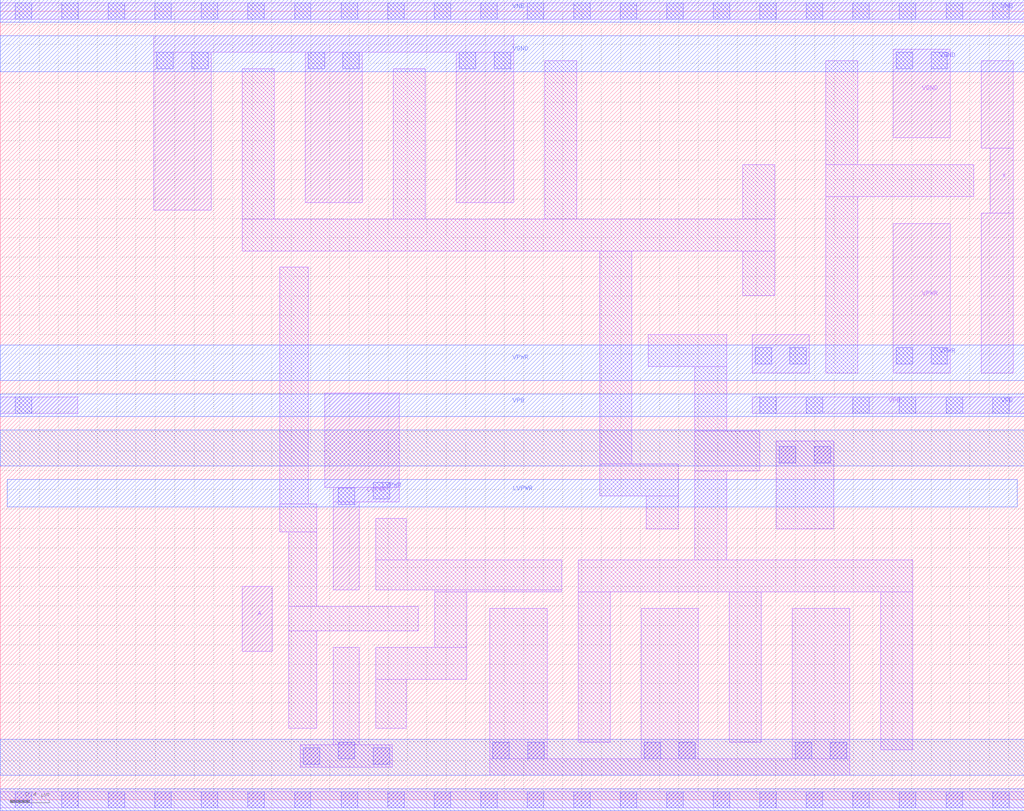
<source format=lef>
# Copyright 2020 The SkyWater PDK Authors
#
# Licensed under the Apache License, Version 2.0 (the "License");
# you may not use this file except in compliance with the License.
# You may obtain a copy of the License at
#
#     https://www.apache.org/licenses/LICENSE-2.0
#
# Unless required by applicable law or agreed to in writing, software
# distributed under the License is distributed on an "AS IS" BASIS,
# WITHOUT WARRANTIES OR CONDITIONS OF ANY KIND, either express or implied.
# See the License for the specific language governing permissions and
# limitations under the License.
#
# SPDX-License-Identifier: Apache-2.0

VERSION 5.7 ;
  NAMESCASESENSITIVE ON ;
  NOWIREEXTENSIONATPIN ON ;
  DIVIDERCHAR "/" ;
  BUSBITCHARS "[]" ;
UNITS
  DATABASE MICRONS 200 ;
END UNITS
SITE unithvdbl
  SYMMETRY y ;
  CLASS CORE ;
  SIZE  10.56000 BY  8.140000 ;
END unithvdbl
MACRO sky130_fd_sc_hvl__lsbuflv2hv_1
  CLASS CORE ;
  SOURCE USER ;
  FOREIGN sky130_fd_sc_hvl__lsbuflv2hv_1 ;
  ORIGIN  0.000000  0.000000 ;
  SIZE  10.56000 BY  8.140000 ;
  SYMMETRY X Y ;
  SITE unithvdbl ;
  PIN A
    ANTENNAGATEAREA  0.252000 ;
    DIRECTION INPUT ;
    USE SIGNAL ;
    PORT
      LAYER li1 ;
        RECT 2.495000 1.530000 2.805000 2.200000 ;
    END
  END A
  PIN X
    ANTENNADIFFAREA  0.596250 ;
    DIRECTION OUTPUT ;
    USE SIGNAL ;
    PORT
      LAYER li1 ;
        RECT 10.120000 4.405000 10.450000 6.055000 ;
        RECT 10.120000 6.725000 10.450000 7.625000 ;
        RECT 10.210000 6.055000 10.450000 6.725000 ;
    END
  END X
  PIN LVPWR
    DIRECTION INOUT ;
    USE POWER ;
    PORT
      LAYER li1 ;
        RECT 3.345000 3.225000 4.115000 4.200000 ;
        RECT 3.435000 2.165000 3.705000 3.075000 ;
        RECT 3.435000 3.075000 4.115000 3.225000 ;
      LAYER mcon ;
        RECT 3.485000 3.050000 3.655000 3.220000 ;
        RECT 3.845000 3.105000 4.015000 3.275000 ;
      LAYER met1 ;
        RECT 0.070000 3.020000 10.490000 3.305000 ;
    END
  END LVPWR
  PIN VGND
    DIRECTION INOUT ;
    USE GROUND ;
    PORT
      LAYER li1 ;
        RECT 1.585000 6.085000 2.175000 7.715000 ;
        RECT 1.585000 7.715000 5.295000 7.885000 ;
        RECT 3.145000 6.165000 3.735000 7.715000 ;
        RECT 4.705000 6.165000 5.295000 7.715000 ;
        RECT 9.210000 6.835000 9.800000 7.745000 ;
      LAYER mcon ;
        RECT 1.615000 7.545000 1.785000 7.715000 ;
        RECT 1.975000 7.545000 2.145000 7.715000 ;
        RECT 3.175000 7.545000 3.345000 7.715000 ;
        RECT 3.535000 7.545000 3.705000 7.715000 ;
        RECT 4.735000 7.545000 4.905000 7.715000 ;
        RECT 5.095000 7.545000 5.265000 7.715000 ;
        RECT 9.240000 7.545000 9.410000 7.715000 ;
        RECT 9.600000 7.545000 9.770000 7.715000 ;
      LAYER met1 ;
        RECT 0.000000 7.515000 10.560000 7.885000 ;
    END
  END VGND
  PIN VNB
    DIRECTION INOUT ;
    USE GROUND ;
    PORT
      LAYER li1 ;
        RECT 0.000000 8.055000 10.560000 8.225000 ;
      LAYER mcon ;
        RECT  0.155000 8.055000  0.325000 8.225000 ;
        RECT  0.635000 8.055000  0.805000 8.225000 ;
        RECT  1.115000 8.055000  1.285000 8.225000 ;
        RECT  1.595000 8.055000  1.765000 8.225000 ;
        RECT  2.075000 8.055000  2.245000 8.225000 ;
        RECT  2.555000 8.055000  2.725000 8.225000 ;
        RECT  3.035000 8.055000  3.205000 8.225000 ;
        RECT  3.515000 8.055000  3.685000 8.225000 ;
        RECT  3.995000 8.055000  4.165000 8.225000 ;
        RECT  4.475000 8.055000  4.645000 8.225000 ;
        RECT  4.955000 8.055000  5.125000 8.225000 ;
        RECT  5.435000 8.055000  5.605000 8.225000 ;
        RECT  5.915000 8.055000  6.085000 8.225000 ;
        RECT  6.395000 8.055000  6.565000 8.225000 ;
        RECT  6.875000 8.055000  7.045000 8.225000 ;
        RECT  7.355000 8.055000  7.525000 8.225000 ;
        RECT  7.835000 8.055000  8.005000 8.225000 ;
        RECT  8.315000 8.055000  8.485000 8.225000 ;
        RECT  8.795000 8.055000  8.965000 8.225000 ;
        RECT  9.275000 8.055000  9.445000 8.225000 ;
        RECT  9.755000 8.055000  9.925000 8.225000 ;
        RECT 10.235000 8.055000 10.405000 8.225000 ;
      LAYER met1 ;
        RECT 0.000000 8.025000 10.560000 8.255000 ;
    END
  END VNB
  PIN VPB
    DIRECTION INOUT ;
    USE POWER ;
    PORT
      LAYER li1 ;
        RECT 0.000000 3.985000  0.800000 4.155000 ;
        RECT 7.755000 3.985000 10.560000 4.155000 ;
      LAYER mcon ;
        RECT  0.155000 3.985000  0.325000 4.155000 ;
        RECT  7.835000 3.985000  8.005000 4.155000 ;
        RECT  8.315000 3.985000  8.485000 4.155000 ;
        RECT  8.795000 3.985000  8.965000 4.155000 ;
        RECT  9.275000 3.985000  9.445000 4.155000 ;
        RECT  9.755000 3.985000  9.925000 4.155000 ;
        RECT 10.235000 3.985000 10.405000 4.155000 ;
      LAYER met1 ;
        RECT 0.000000 3.955000 10.560000 4.185000 ;
    END
  END VPB
  PIN VPWR
    DIRECTION INOUT ;
    USE POWER ;
    PORT
      LAYER li1 ;
        RECT 7.755000 4.405000 8.345000 4.800000 ;
        RECT 9.210000 4.405000 9.800000 5.945000 ;
      LAYER mcon ;
        RECT 7.785000 4.495000 7.955000 4.665000 ;
        RECT 8.145000 4.495000 8.315000 4.665000 ;
        RECT 9.240000 4.495000 9.410000 4.665000 ;
        RECT 9.600000 4.495000 9.770000 4.665000 ;
      LAYER met1 ;
        RECT 0.000000 4.325000 10.560000 4.695000 ;
    END
  END VPWR
  OBS
    LAYER li1 ;
      RECT 0.000000 -0.085000 10.560000 0.085000 ;
      RECT 2.495000  5.665000  7.990000 5.995000 ;
      RECT 2.495000  5.995000  2.825000 7.545000 ;
      RECT 2.885000  2.765000  3.265000 3.055000 ;
      RECT 2.885000  3.055000  3.175000 5.495000 ;
      RECT 2.975000  0.735000  3.265000 1.745000 ;
      RECT 2.975000  1.745000  4.310000 1.995000 ;
      RECT 2.975000  1.995000  3.265000 2.765000 ;
      RECT 3.095000  0.335000  4.045000 0.565000 ;
      RECT 3.435000  0.565000  3.705000 1.575000 ;
      RECT 3.875000  0.735000  4.185000 1.245000 ;
      RECT 3.875000  1.245000  4.810000 1.575000 ;
      RECT 3.875000  2.165000  5.790000 2.475000 ;
      RECT 3.875000  2.475000  4.185000 2.905000 ;
      RECT 4.055000  5.995000  4.385000 7.545000 ;
      RECT 4.480000  1.575000  4.810000 2.145000 ;
      RECT 4.480000  2.145000  5.790000 2.165000 ;
      RECT 5.050000  0.255000  8.760000 0.425000 ;
      RECT 5.050000  0.425000  5.640000 1.975000 ;
      RECT 5.615000  5.995000  5.945000 7.625000 ;
      RECT 5.960000  0.595000  6.290000 2.145000 ;
      RECT 5.960000  2.145000  9.410000 2.475000 ;
      RECT 6.185000  3.135000  6.995000 3.465000 ;
      RECT 6.185000  3.465000  6.515000 5.665000 ;
      RECT 6.610000  0.425000  7.200000 1.975000 ;
      RECT 6.665000  2.795000  6.995000 3.135000 ;
      RECT 6.685000  4.470000  7.495000 4.800000 ;
      RECT 7.165000  2.475000  7.495000 3.395000 ;
      RECT 7.165000  3.395000  7.835000 3.805000 ;
      RECT 7.165000  3.805000  7.495000 4.470000 ;
      RECT 7.520000  0.595000  7.850000 2.145000 ;
      RECT 7.660000  5.205000  7.990000 5.665000 ;
      RECT 7.660000  5.995000  7.990000 6.555000 ;
      RECT 8.005000  2.795000  8.595000 3.705000 ;
      RECT 8.170000  0.425000  8.760000 1.975000 ;
      RECT 8.515000  4.405000  8.845000 6.225000 ;
      RECT 8.515000  6.225000 10.040000 6.555000 ;
      RECT 8.515000  6.555000  8.845000 7.625000 ;
      RECT 9.080000  0.515000  9.410000 2.145000 ;
    LAYER mcon ;
      RECT  0.155000 -0.085000  0.325000 0.085000 ;
      RECT  0.635000 -0.085000  0.805000 0.085000 ;
      RECT  1.115000 -0.085000  1.285000 0.085000 ;
      RECT  1.595000 -0.085000  1.765000 0.085000 ;
      RECT  2.075000 -0.085000  2.245000 0.085000 ;
      RECT  2.555000 -0.085000  2.725000 0.085000 ;
      RECT  3.035000 -0.085000  3.205000 0.085000 ;
      RECT  3.125000  0.365000  3.295000 0.535000 ;
      RECT  3.485000  0.425000  3.655000 0.595000 ;
      RECT  3.515000 -0.085000  3.685000 0.085000 ;
      RECT  3.845000  0.365000  4.015000 0.535000 ;
      RECT  3.995000 -0.085000  4.165000 0.085000 ;
      RECT  4.475000 -0.085000  4.645000 0.085000 ;
      RECT  4.955000 -0.085000  5.125000 0.085000 ;
      RECT  5.080000  0.425000  5.250000 0.595000 ;
      RECT  5.435000 -0.085000  5.605000 0.085000 ;
      RECT  5.440000  0.425000  5.610000 0.595000 ;
      RECT  5.915000 -0.085000  6.085000 0.085000 ;
      RECT  6.395000 -0.085000  6.565000 0.085000 ;
      RECT  6.640000  0.425000  6.810000 0.595000 ;
      RECT  6.875000 -0.085000  7.045000 0.085000 ;
      RECT  7.000000  0.425000  7.170000 0.595000 ;
      RECT  7.355000 -0.085000  7.525000 0.085000 ;
      RECT  7.835000 -0.085000  8.005000 0.085000 ;
      RECT  8.035000  3.475000  8.205000 3.645000 ;
      RECT  8.200000  0.425000  8.370000 0.595000 ;
      RECT  8.315000 -0.085000  8.485000 0.085000 ;
      RECT  8.395000  3.475000  8.565000 3.645000 ;
      RECT  8.560000  0.425000  8.730000 0.595000 ;
      RECT  8.795000 -0.085000  8.965000 0.085000 ;
      RECT  9.275000 -0.085000  9.445000 0.085000 ;
      RECT  9.755000 -0.085000  9.925000 0.085000 ;
      RECT 10.235000 -0.085000 10.405000 0.085000 ;
    LAYER met1 ;
      RECT 0.000000 -0.115000 10.560000 0.115000 ;
      RECT 0.000000  0.255000 10.560000 0.625000 ;
      RECT 0.000000  3.445000 10.560000 3.815000 ;
  END
END sky130_fd_sc_hvl__lsbuflv2hv_1

</source>
